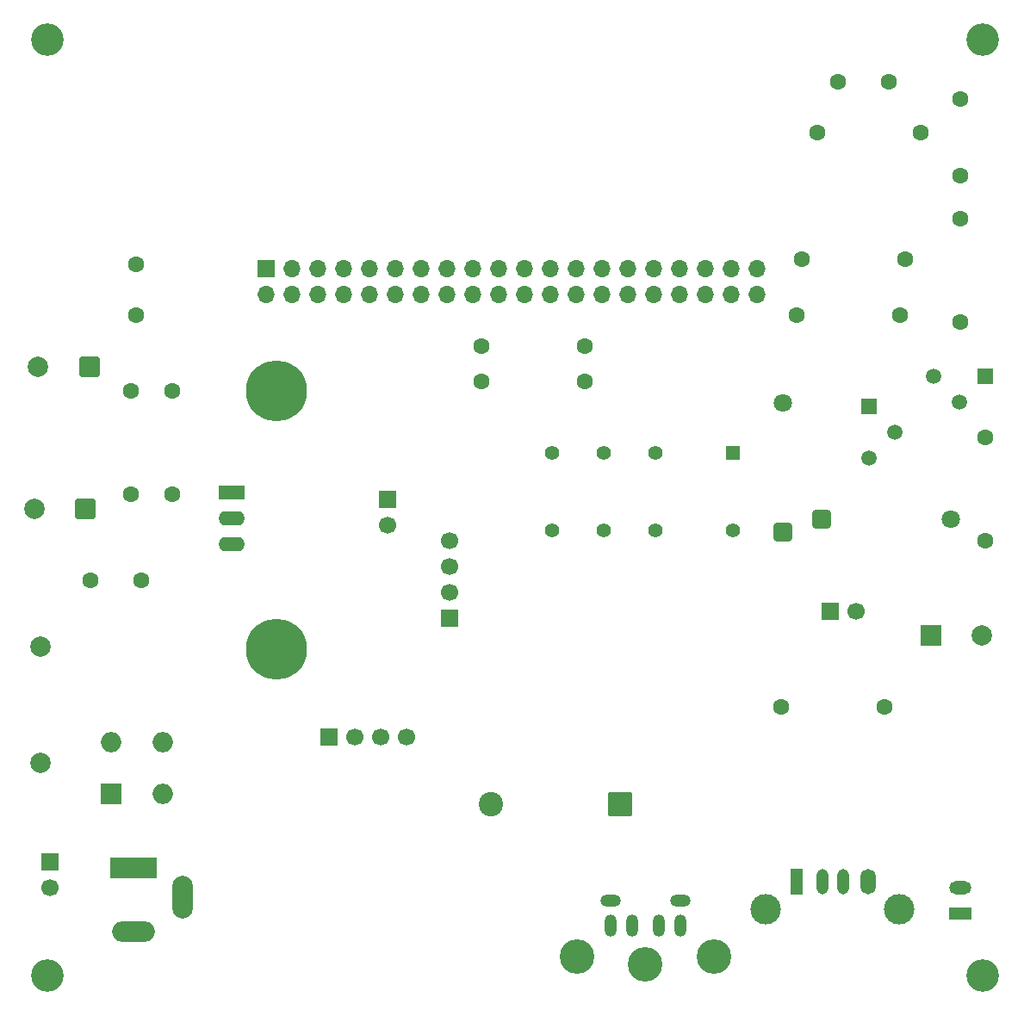
<source format=gbs>
G04 #@! TF.GenerationSoftware,KiCad,Pcbnew,9.0.2*
G04 #@! TF.CreationDate,2025-10-12T16:52:18+02:00*
G04 #@! TF.ProjectId,PiZero_VT100,50695a65-726f-45f5-9654-3130302e6b69,rev?*
G04 #@! TF.SameCoordinates,PX5e9ac00PYa0ca1c0*
G04 #@! TF.FileFunction,Soldermask,Bot*
G04 #@! TF.FilePolarity,Negative*
%FSLAX46Y46*%
G04 Gerber Fmt 4.6, Leading zero omitted, Abs format (unit mm)*
G04 Created by KiCad (PCBNEW 9.0.2) date 2025-10-12 16:52:18*
%MOMM*%
%LPD*%
G01*
G04 APERTURE LIST*
G04 Aperture macros list*
%AMRoundRect*
0 Rectangle with rounded corners*
0 $1 Rounding radius*
0 $2 $3 $4 $5 $6 $7 $8 $9 X,Y pos of 4 corners*
0 Add a 4 corners polygon primitive as box body*
4,1,4,$2,$3,$4,$5,$6,$7,$8,$9,$2,$3,0*
0 Add four circle primitives for the rounded corners*
1,1,$1+$1,$2,$3*
1,1,$1+$1,$4,$5*
1,1,$1+$1,$6,$7*
1,1,$1+$1,$8,$9*
0 Add four rect primitives between the rounded corners*
20,1,$1+$1,$2,$3,$4,$5,0*
20,1,$1+$1,$4,$5,$6,$7,0*
20,1,$1+$1,$6,$7,$8,$9,0*
20,1,$1+$1,$8,$9,$2,$3,0*%
G04 Aperture macros list end*
%ADD10R,4.600000X2.000000*%
%ADD11O,4.200000X2.000000*%
%ADD12O,2.000000X4.200000*%
%ADD13R,1.700000X1.700000*%
%ADD14O,1.700000X1.700000*%
%ADD15C,1.600000*%
%ADD16C,3.200000*%
%ADD17C,1.700000*%
%ADD18R,1.500000X1.500000*%
%ADD19C,1.500000*%
%ADD20R,2.600000X1.400000*%
%ADD21O,2.600000X1.400000*%
%ADD22RoundRect,0.250000X0.750000X0.750000X-0.750000X0.750000X-0.750000X-0.750000X0.750000X-0.750000X0*%
%ADD23C,2.000000*%
%ADD24O,1.200000X2.200000*%
%ADD25O,2.000000X1.200000*%
%ADD26C,3.400000*%
%ADD27R,2.200000X1.300000*%
%ADD28O,2.200000X1.300000*%
%ADD29RoundRect,0.250000X-0.650000X-0.650000X0.650000X-0.650000X0.650000X0.650000X-0.650000X0.650000X0*%
%ADD30C,1.800000*%
%ADD31R,1.400000X1.400000*%
%ADD32C,1.400000*%
%ADD33R,2.000000X2.000000*%
%ADD34O,2.000000X2.000000*%
%ADD35RoundRect,0.250000X0.650000X-0.650000X0.650000X0.650000X-0.650000X0.650000X-0.650000X-0.650000X0*%
%ADD36RoundRect,0.250001X0.949999X0.949999X-0.949999X0.949999X-0.949999X-0.949999X0.949999X-0.949999X0*%
%ADD37C,2.400000*%
%ADD38R,1.300000X2.500000*%
%ADD39O,1.200000X2.500000*%
%ADD40O,1.500000X2.500000*%
%ADD41C,3.000000*%
%ADD42C,6.000000*%
G04 APERTURE END LIST*
D10*
X12550000Y14300000D03*
D11*
X12550000Y8000000D03*
D12*
X17350000Y11400000D03*
D13*
X25570000Y73200000D03*
D14*
X25570000Y70660000D03*
X28110000Y73200000D03*
X28110000Y70660000D03*
X30650000Y73200000D03*
X30650000Y70660000D03*
X33190000Y73200000D03*
X33190000Y70660000D03*
X35730000Y73200000D03*
X35730000Y70660000D03*
X38270000Y73200000D03*
X38270000Y70660000D03*
X40810000Y73200000D03*
X40810000Y70660000D03*
X43350000Y73200000D03*
X43350000Y70660000D03*
X45890000Y73200000D03*
X45890000Y70660000D03*
X48430000Y73200000D03*
X48430000Y70660000D03*
X50970000Y73200000D03*
X50970000Y70660000D03*
X53510000Y73200000D03*
X53510000Y70660000D03*
X56050000Y73200000D03*
X56050000Y70660000D03*
X58590000Y73200000D03*
X58590000Y70660000D03*
X61130000Y73200000D03*
X61130000Y70660000D03*
X63670000Y73200000D03*
X63670000Y70660000D03*
X66210000Y73200000D03*
X66210000Y70660000D03*
X68750000Y73200000D03*
X68750000Y70660000D03*
X71290000Y73200000D03*
X71290000Y70660000D03*
X73830000Y73200000D03*
X73830000Y70660000D03*
D15*
X12300000Y61180000D03*
X12300000Y51020000D03*
D16*
X4050000Y3700000D03*
D13*
X31760000Y27150000D03*
D17*
X34300000Y27150000D03*
X36840000Y27150000D03*
X39380000Y27150000D03*
D18*
X84800000Y59680000D03*
D19*
X87340000Y57140000D03*
X84800000Y54600000D03*
D15*
X93800000Y89850000D03*
X93800000Y82350000D03*
D20*
X22200000Y51180000D03*
D21*
X22200000Y48640000D03*
X22200000Y46100000D03*
D15*
X86800000Y91600000D03*
X81800000Y91600000D03*
D22*
X8167677Y63600000D03*
D23*
X3167677Y63600000D03*
X3350000Y24650000D03*
X3350000Y36050000D03*
D24*
X64150000Y8600000D03*
X61550000Y8600000D03*
X66250000Y8600000D03*
X59450000Y8600000D03*
D25*
X66250000Y11100000D03*
X59450000Y11100000D03*
D26*
X69600000Y5600000D03*
X56100000Y5600000D03*
X62850000Y4800000D03*
D27*
X93800000Y9830000D03*
D28*
X93800000Y12370000D03*
D18*
X96300000Y62600000D03*
D19*
X93760000Y60060000D03*
X91220000Y62600000D03*
D15*
X79720000Y86600000D03*
X89880000Y86600000D03*
X56880000Y65600000D03*
X46720000Y65600000D03*
D29*
X80200000Y48600000D03*
D30*
X92900000Y48600000D03*
D16*
X96050000Y95700000D03*
D13*
X37500000Y50525000D03*
D17*
X37500000Y47985000D03*
D16*
X4050000Y95700000D03*
D31*
X71420000Y55100000D03*
D32*
X63800000Y55100000D03*
X58720000Y55100000D03*
X53640000Y55100000D03*
X53640000Y47480000D03*
X58720000Y47480000D03*
X63800000Y47480000D03*
X71420000Y47480000D03*
D15*
X77720000Y68600000D03*
X87880000Y68600000D03*
D13*
X81025000Y39550000D03*
D17*
X83565000Y39550000D03*
D33*
X90929216Y37100000D03*
D23*
X95929216Y37100000D03*
D15*
X8300000Y42600000D03*
X13300000Y42600000D03*
D33*
X10300000Y21600000D03*
D34*
X15380000Y21600000D03*
X15380000Y26680000D03*
X10300000Y26680000D03*
D35*
X76340000Y47330000D03*
D30*
X76340000Y60030000D03*
D36*
X60400000Y20550000D03*
D37*
X47700000Y20550000D03*
D15*
X76220000Y30100000D03*
X86380000Y30100000D03*
X96300000Y56600000D03*
X96300000Y46440000D03*
D13*
X43600000Y38850000D03*
D17*
X43600000Y41390000D03*
X43600000Y43930000D03*
X43600000Y46470000D03*
D15*
X93800000Y78100000D03*
X93800000Y67940000D03*
D22*
X7800000Y49600000D03*
D23*
X2800000Y49600000D03*
D38*
X77750000Y12940000D03*
D39*
X80250000Y12940000D03*
X82250000Y12940000D03*
D40*
X84750000Y12940000D03*
D41*
X74680000Y10230000D03*
X87820000Y10230000D03*
D15*
X12800000Y68600000D03*
X12800000Y73600000D03*
X16300000Y51020000D03*
X16300000Y61180000D03*
X46720000Y62100000D03*
X56880000Y62100000D03*
D16*
X96050000Y3700000D03*
D15*
X78220000Y74100000D03*
X88380000Y74100000D03*
D13*
X4300000Y14875000D03*
D17*
X4300000Y12335000D03*
D42*
X26600000Y61200000D03*
X26600000Y35800000D03*
M02*

</source>
